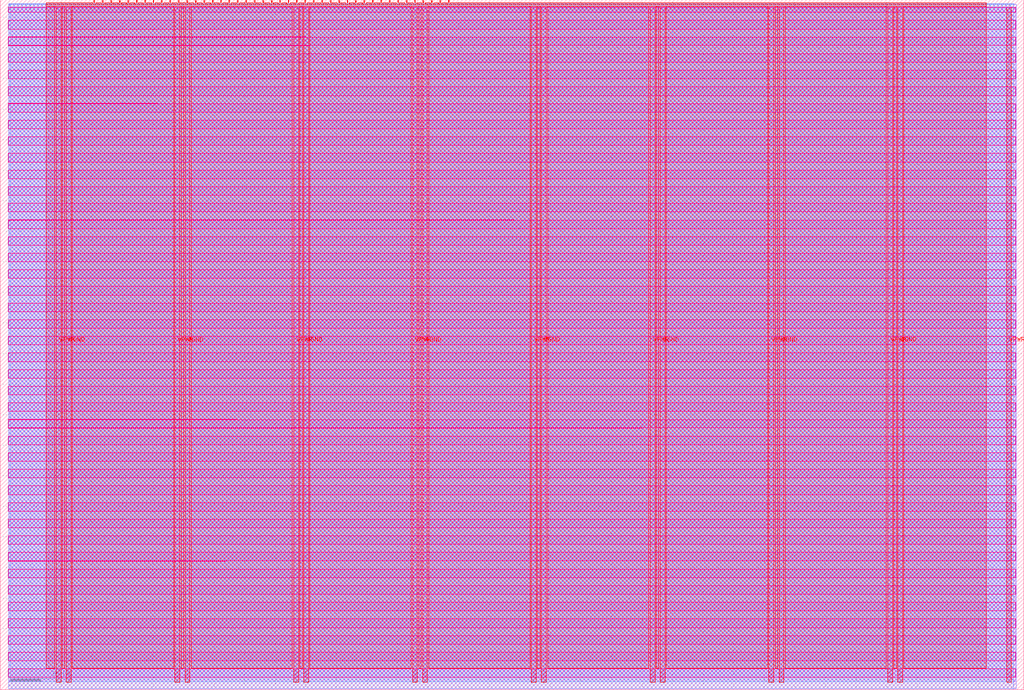
<source format=lef>
VERSION 5.7 ;
  NOWIREEXTENSIONATPIN ON ;
  DIVIDERCHAR "/" ;
  BUSBITCHARS "[]" ;
MACRO tt_um_a1k0n_vgadonut
  CLASS BLOCK ;
  FOREIGN tt_um_a1k0n_vgadonut ;
  ORIGIN 0.000 0.000 ;
  SIZE 334.880 BY 225.760 ;
  PIN VGND
    DIRECTION INOUT ;
    USE GROUND ;
    PORT
      LAYER met4 ;
        RECT 21.580 2.480 23.180 223.280 ;
    END
    PORT
      LAYER met4 ;
        RECT 60.450 2.480 62.050 223.280 ;
    END
    PORT
      LAYER met4 ;
        RECT 99.320 2.480 100.920 223.280 ;
    END
    PORT
      LAYER met4 ;
        RECT 138.190 2.480 139.790 223.280 ;
    END
    PORT
      LAYER met4 ;
        RECT 177.060 2.480 178.660 223.280 ;
    END
    PORT
      LAYER met4 ;
        RECT 215.930 2.480 217.530 223.280 ;
    END
    PORT
      LAYER met4 ;
        RECT 254.800 2.480 256.400 223.280 ;
    END
    PORT
      LAYER met4 ;
        RECT 293.670 2.480 295.270 223.280 ;
    END
  END VGND
  PIN VPWR
    DIRECTION INOUT ;
    USE POWER ;
    PORT
      LAYER met4 ;
        RECT 18.280 2.480 19.880 223.280 ;
    END
    PORT
      LAYER met4 ;
        RECT 57.150 2.480 58.750 223.280 ;
    END
    PORT
      LAYER met4 ;
        RECT 96.020 2.480 97.620 223.280 ;
    END
    PORT
      LAYER met4 ;
        RECT 134.890 2.480 136.490 223.280 ;
    END
    PORT
      LAYER met4 ;
        RECT 173.760 2.480 175.360 223.280 ;
    END
    PORT
      LAYER met4 ;
        RECT 212.630 2.480 214.230 223.280 ;
    END
    PORT
      LAYER met4 ;
        RECT 251.500 2.480 253.100 223.280 ;
    END
    PORT
      LAYER met4 ;
        RECT 290.370 2.480 291.970 223.280 ;
    END
    PORT
      LAYER met4 ;
        RECT 329.240 2.480 330.840 223.280 ;
    END
  END VPWR
  PIN clk
    DIRECTION INPUT ;
    USE SIGNAL ;
    ANTENNAGATEAREA 0.852000 ;
    PORT
      LAYER met4 ;
        RECT 143.830 224.760 144.130 225.760 ;
    END
  END clk
  PIN ena
    DIRECTION INPUT ;
    USE SIGNAL ;
    PORT
      LAYER met4 ;
        RECT 146.590 224.760 146.890 225.760 ;
    END
  END ena
  PIN rst_n
    DIRECTION INPUT ;
    USE SIGNAL ;
    ANTENNAGATEAREA 0.159000 ;
    PORT
      LAYER met4 ;
        RECT 141.070 224.760 141.370 225.760 ;
    END
  END rst_n
  PIN ui_in[0]
    DIRECTION INPUT ;
    USE SIGNAL ;
    PORT
      LAYER met4 ;
        RECT 138.310 224.760 138.610 225.760 ;
    END
  END ui_in[0]
  PIN ui_in[1]
    DIRECTION INPUT ;
    USE SIGNAL ;
    PORT
      LAYER met4 ;
        RECT 135.550 224.760 135.850 225.760 ;
    END
  END ui_in[1]
  PIN ui_in[2]
    DIRECTION INPUT ;
    USE SIGNAL ;
    PORT
      LAYER met4 ;
        RECT 132.790 224.760 133.090 225.760 ;
    END
  END ui_in[2]
  PIN ui_in[3]
    DIRECTION INPUT ;
    USE SIGNAL ;
    PORT
      LAYER met4 ;
        RECT 130.030 224.760 130.330 225.760 ;
    END
  END ui_in[3]
  PIN ui_in[4]
    DIRECTION INPUT ;
    USE SIGNAL ;
    PORT
      LAYER met4 ;
        RECT 127.270 224.760 127.570 225.760 ;
    END
  END ui_in[4]
  PIN ui_in[5]
    DIRECTION INPUT ;
    USE SIGNAL ;
    PORT
      LAYER met4 ;
        RECT 124.510 224.760 124.810 225.760 ;
    END
  END ui_in[5]
  PIN ui_in[6]
    DIRECTION INPUT ;
    USE SIGNAL ;
    PORT
      LAYER met4 ;
        RECT 121.750 224.760 122.050 225.760 ;
    END
  END ui_in[6]
  PIN ui_in[7]
    DIRECTION INPUT ;
    USE SIGNAL ;
    PORT
      LAYER met4 ;
        RECT 118.990 224.760 119.290 225.760 ;
    END
  END ui_in[7]
  PIN uio_in[0]
    DIRECTION INPUT ;
    USE SIGNAL ;
    PORT
      LAYER met4 ;
        RECT 116.230 224.760 116.530 225.760 ;
    END
  END uio_in[0]
  PIN uio_in[1]
    DIRECTION INPUT ;
    USE SIGNAL ;
    PORT
      LAYER met4 ;
        RECT 113.470 224.760 113.770 225.760 ;
    END
  END uio_in[1]
  PIN uio_in[2]
    DIRECTION INPUT ;
    USE SIGNAL ;
    PORT
      LAYER met4 ;
        RECT 110.710 224.760 111.010 225.760 ;
    END
  END uio_in[2]
  PIN uio_in[3]
    DIRECTION INPUT ;
    USE SIGNAL ;
    PORT
      LAYER met4 ;
        RECT 107.950 224.760 108.250 225.760 ;
    END
  END uio_in[3]
  PIN uio_in[4]
    DIRECTION INPUT ;
    USE SIGNAL ;
    PORT
      LAYER met4 ;
        RECT 105.190 224.760 105.490 225.760 ;
    END
  END uio_in[4]
  PIN uio_in[5]
    DIRECTION INPUT ;
    USE SIGNAL ;
    PORT
      LAYER met4 ;
        RECT 102.430 224.760 102.730 225.760 ;
    END
  END uio_in[5]
  PIN uio_in[6]
    DIRECTION INPUT ;
    USE SIGNAL ;
    PORT
      LAYER met4 ;
        RECT 99.670 224.760 99.970 225.760 ;
    END
  END uio_in[6]
  PIN uio_in[7]
    DIRECTION INPUT ;
    USE SIGNAL ;
    PORT
      LAYER met4 ;
        RECT 96.910 224.760 97.210 225.760 ;
    END
  END uio_in[7]
  PIN uio_oe[0]
    DIRECTION OUTPUT ;
    USE SIGNAL ;
    ANTENNADIFFAREA 0.445500 ;
    PORT
      LAYER met4 ;
        RECT 49.990 224.760 50.290 225.760 ;
    END
  END uio_oe[0]
  PIN uio_oe[1]
    DIRECTION OUTPUT ;
    USE SIGNAL ;
    ANTENNADIFFAREA 0.445500 ;
    PORT
      LAYER met4 ;
        RECT 47.230 224.760 47.530 225.760 ;
    END
  END uio_oe[1]
  PIN uio_oe[2]
    DIRECTION OUTPUT ;
    USE SIGNAL ;
    ANTENNADIFFAREA 0.445500 ;
    PORT
      LAYER met4 ;
        RECT 44.470 224.760 44.770 225.760 ;
    END
  END uio_oe[2]
  PIN uio_oe[3]
    DIRECTION OUTPUT ;
    USE SIGNAL ;
    ANTENNADIFFAREA 0.445500 ;
    PORT
      LAYER met4 ;
        RECT 41.710 224.760 42.010 225.760 ;
    END
  END uio_oe[3]
  PIN uio_oe[4]
    DIRECTION OUTPUT ;
    USE SIGNAL ;
    ANTENNADIFFAREA 0.445500 ;
    PORT
      LAYER met4 ;
        RECT 38.950 224.760 39.250 225.760 ;
    END
  END uio_oe[4]
  PIN uio_oe[5]
    DIRECTION OUTPUT ;
    USE SIGNAL ;
    ANTENNADIFFAREA 0.445500 ;
    PORT
      LAYER met4 ;
        RECT 36.190 224.760 36.490 225.760 ;
    END
  END uio_oe[5]
  PIN uio_oe[6]
    DIRECTION OUTPUT ;
    USE SIGNAL ;
    ANTENNADIFFAREA 0.445500 ;
    PORT
      LAYER met4 ;
        RECT 33.430 224.760 33.730 225.760 ;
    END
  END uio_oe[6]
  PIN uio_oe[7]
    DIRECTION OUTPUT ;
    USE SIGNAL ;
    ANTENNADIFFAREA 0.445500 ;
    PORT
      LAYER met4 ;
        RECT 30.670 224.760 30.970 225.760 ;
    END
  END uio_oe[7]
  PIN uio_out[0]
    DIRECTION OUTPUT ;
    USE SIGNAL ;
    ANTENNADIFFAREA 0.445500 ;
    PORT
      LAYER met4 ;
        RECT 72.070 224.760 72.370 225.760 ;
    END
  END uio_out[0]
  PIN uio_out[1]
    DIRECTION OUTPUT ;
    USE SIGNAL ;
    ANTENNADIFFAREA 0.445500 ;
    PORT
      LAYER met4 ;
        RECT 69.310 224.760 69.610 225.760 ;
    END
  END uio_out[1]
  PIN uio_out[2]
    DIRECTION OUTPUT ;
    USE SIGNAL ;
    ANTENNADIFFAREA 0.445500 ;
    PORT
      LAYER met4 ;
        RECT 66.550 224.760 66.850 225.760 ;
    END
  END uio_out[2]
  PIN uio_out[3]
    DIRECTION OUTPUT ;
    USE SIGNAL ;
    ANTENNADIFFAREA 0.445500 ;
    PORT
      LAYER met4 ;
        RECT 63.790 224.760 64.090 225.760 ;
    END
  END uio_out[3]
  PIN uio_out[4]
    DIRECTION OUTPUT ;
    USE SIGNAL ;
    ANTENNADIFFAREA 0.445500 ;
    PORT
      LAYER met4 ;
        RECT 61.030 224.760 61.330 225.760 ;
    END
  END uio_out[4]
  PIN uio_out[5]
    DIRECTION OUTPUT ;
    USE SIGNAL ;
    ANTENNADIFFAREA 0.445500 ;
    PORT
      LAYER met4 ;
        RECT 58.270 224.760 58.570 225.760 ;
    END
  END uio_out[5]
  PIN uio_out[6]
    DIRECTION OUTPUT ;
    USE SIGNAL ;
    ANTENNADIFFAREA 0.445500 ;
    PORT
      LAYER met4 ;
        RECT 55.510 224.760 55.810 225.760 ;
    END
  END uio_out[6]
  PIN uio_out[7]
    DIRECTION OUTPUT ;
    USE SIGNAL ;
    ANTENNADIFFAREA 0.445500 ;
    PORT
      LAYER met4 ;
        RECT 52.750 224.760 53.050 225.760 ;
    END
  END uio_out[7]
  PIN uo_out[0]
    DIRECTION OUTPUT ;
    USE SIGNAL ;
    ANTENNADIFFAREA 0.445500 ;
    PORT
      LAYER met4 ;
        RECT 94.150 224.760 94.450 225.760 ;
    END
  END uo_out[0]
  PIN uo_out[1]
    DIRECTION OUTPUT ;
    USE SIGNAL ;
    ANTENNADIFFAREA 0.445500 ;
    PORT
      LAYER met4 ;
        RECT 91.390 224.760 91.690 225.760 ;
    END
  END uo_out[1]
  PIN uo_out[2]
    DIRECTION OUTPUT ;
    USE SIGNAL ;
    ANTENNADIFFAREA 0.445500 ;
    PORT
      LAYER met4 ;
        RECT 88.630 224.760 88.930 225.760 ;
    END
  END uo_out[2]
  PIN uo_out[3]
    DIRECTION OUTPUT ;
    USE SIGNAL ;
    ANTENNADIFFAREA 0.445500 ;
    PORT
      LAYER met4 ;
        RECT 85.870 224.760 86.170 225.760 ;
    END
  END uo_out[3]
  PIN uo_out[4]
    DIRECTION OUTPUT ;
    USE SIGNAL ;
    ANTENNADIFFAREA 0.445500 ;
    PORT
      LAYER met4 ;
        RECT 83.110 224.760 83.410 225.760 ;
    END
  END uo_out[4]
  PIN uo_out[5]
    DIRECTION OUTPUT ;
    USE SIGNAL ;
    ANTENNADIFFAREA 0.445500 ;
    PORT
      LAYER met4 ;
        RECT 80.350 224.760 80.650 225.760 ;
    END
  END uo_out[5]
  PIN uo_out[6]
    DIRECTION OUTPUT ;
    USE SIGNAL ;
    ANTENNADIFFAREA 0.445500 ;
    PORT
      LAYER met4 ;
        RECT 77.590 224.760 77.890 225.760 ;
    END
  END uo_out[6]
  PIN uo_out[7]
    DIRECTION OUTPUT ;
    USE SIGNAL ;
    ANTENNADIFFAREA 0.795200 ;
    PORT
      LAYER met4 ;
        RECT 74.830 224.760 75.130 225.760 ;
    END
  END uo_out[7]
  OBS
      LAYER nwell ;
        RECT 2.570 221.625 332.310 223.230 ;
        RECT 2.570 216.185 332.310 219.015 ;
        RECT 2.570 213.525 99.895 213.575 ;
        RECT 2.570 210.795 332.310 213.525 ;
        RECT 2.570 210.745 101.275 210.795 ;
        RECT 2.570 205.305 332.310 208.135 ;
        RECT 2.570 199.865 332.310 202.695 ;
        RECT 2.570 194.425 332.310 197.255 ;
        RECT 2.570 191.765 51.655 191.815 ;
        RECT 2.570 188.985 332.310 191.765 ;
        RECT 2.570 183.595 332.310 186.375 ;
        RECT 2.570 183.545 58.095 183.595 ;
        RECT 2.570 178.105 332.310 180.935 ;
        RECT 2.570 172.665 332.310 175.495 ;
        RECT 2.570 167.225 332.310 170.055 ;
        RECT 2.570 161.785 332.310 164.615 ;
        RECT 2.570 156.345 332.310 159.175 ;
        RECT 2.570 153.685 167.975 153.735 ;
        RECT 2.570 150.905 332.310 153.685 ;
        RECT 2.570 145.465 332.310 148.295 ;
        RECT 2.570 140.025 332.310 142.855 ;
        RECT 2.570 134.585 332.310 137.415 ;
        RECT 2.570 129.145 332.310 131.975 ;
        RECT 2.570 123.705 332.310 126.535 ;
        RECT 2.570 118.265 332.310 121.095 ;
        RECT 2.570 115.605 92.995 115.655 ;
        RECT 2.570 112.825 332.310 115.605 ;
        RECT 2.570 107.385 332.310 110.215 ;
        RECT 2.570 101.945 332.310 104.775 ;
        RECT 2.570 96.505 332.310 99.335 ;
        RECT 2.570 91.115 332.310 93.895 ;
        RECT 2.570 91.065 71.895 91.115 ;
        RECT 2.570 88.405 77.415 88.455 ;
        RECT 2.570 85.675 332.310 88.405 ;
        RECT 2.570 85.625 209.895 85.675 ;
        RECT 2.570 80.235 332.310 83.015 ;
        RECT 2.570 80.185 230.995 80.235 ;
        RECT 2.570 74.745 332.310 77.575 ;
        RECT 2.570 69.355 332.310 72.135 ;
        RECT 2.570 69.305 100.355 69.355 ;
        RECT 2.570 63.865 332.310 66.695 ;
        RECT 2.570 58.425 332.310 61.255 ;
        RECT 2.570 52.985 332.310 55.815 ;
        RECT 2.570 47.595 332.310 50.375 ;
        RECT 2.570 47.545 72.815 47.595 ;
        RECT 2.570 42.155 332.310 44.935 ;
        RECT 2.570 42.105 73.735 42.155 ;
        RECT 2.570 36.665 332.310 39.495 ;
        RECT 2.570 31.225 332.310 34.055 ;
        RECT 2.570 25.785 332.310 28.615 ;
        RECT 2.570 20.345 332.310 23.175 ;
        RECT 2.570 14.905 332.310 17.735 ;
        RECT 2.570 9.465 332.310 12.295 ;
        RECT 2.570 4.025 332.310 6.855 ;
      LAYER li1 ;
        RECT 2.760 2.635 332.120 223.125 ;
      LAYER met1 ;
        RECT 2.760 0.380 332.420 224.360 ;
      LAYER met2 ;
        RECT 2.860 0.350 331.570 224.390 ;
      LAYER met3 ;
        RECT 3.285 2.555 331.595 224.225 ;
      LAYER met4 ;
        RECT 15.015 224.360 30.270 224.760 ;
        RECT 31.370 224.360 33.030 224.760 ;
        RECT 34.130 224.360 35.790 224.760 ;
        RECT 36.890 224.360 38.550 224.760 ;
        RECT 39.650 224.360 41.310 224.760 ;
        RECT 42.410 224.360 44.070 224.760 ;
        RECT 45.170 224.360 46.830 224.760 ;
        RECT 47.930 224.360 49.590 224.760 ;
        RECT 50.690 224.360 52.350 224.760 ;
        RECT 53.450 224.360 55.110 224.760 ;
        RECT 56.210 224.360 57.870 224.760 ;
        RECT 58.970 224.360 60.630 224.760 ;
        RECT 61.730 224.360 63.390 224.760 ;
        RECT 64.490 224.360 66.150 224.760 ;
        RECT 67.250 224.360 68.910 224.760 ;
        RECT 70.010 224.360 71.670 224.760 ;
        RECT 72.770 224.360 74.430 224.760 ;
        RECT 75.530 224.360 77.190 224.760 ;
        RECT 78.290 224.360 79.950 224.760 ;
        RECT 81.050 224.360 82.710 224.760 ;
        RECT 83.810 224.360 85.470 224.760 ;
        RECT 86.570 224.360 88.230 224.760 ;
        RECT 89.330 224.360 90.990 224.760 ;
        RECT 92.090 224.360 93.750 224.760 ;
        RECT 94.850 224.360 96.510 224.760 ;
        RECT 97.610 224.360 99.270 224.760 ;
        RECT 100.370 224.360 102.030 224.760 ;
        RECT 103.130 224.360 104.790 224.760 ;
        RECT 105.890 224.360 107.550 224.760 ;
        RECT 108.650 224.360 110.310 224.760 ;
        RECT 111.410 224.360 113.070 224.760 ;
        RECT 114.170 224.360 115.830 224.760 ;
        RECT 116.930 224.360 118.590 224.760 ;
        RECT 119.690 224.360 121.350 224.760 ;
        RECT 122.450 224.360 124.110 224.760 ;
        RECT 125.210 224.360 126.870 224.760 ;
        RECT 127.970 224.360 129.630 224.760 ;
        RECT 130.730 224.360 132.390 224.760 ;
        RECT 133.490 224.360 135.150 224.760 ;
        RECT 136.250 224.360 137.910 224.760 ;
        RECT 139.010 224.360 140.670 224.760 ;
        RECT 141.770 224.360 143.430 224.760 ;
        RECT 144.530 224.360 146.190 224.760 ;
        RECT 147.290 224.360 322.625 224.760 ;
        RECT 15.015 223.680 322.625 224.360 ;
        RECT 15.015 6.975 17.880 223.680 ;
        RECT 20.280 6.975 21.180 223.680 ;
        RECT 23.580 6.975 56.750 223.680 ;
        RECT 59.150 6.975 60.050 223.680 ;
        RECT 62.450 6.975 95.620 223.680 ;
        RECT 98.020 6.975 98.920 223.680 ;
        RECT 101.320 6.975 134.490 223.680 ;
        RECT 136.890 6.975 137.790 223.680 ;
        RECT 140.190 6.975 173.360 223.680 ;
        RECT 175.760 6.975 176.660 223.680 ;
        RECT 179.060 6.975 212.230 223.680 ;
        RECT 214.630 6.975 215.530 223.680 ;
        RECT 217.930 6.975 251.100 223.680 ;
        RECT 253.500 6.975 254.400 223.680 ;
        RECT 256.800 6.975 289.970 223.680 ;
        RECT 292.370 6.975 293.270 223.680 ;
        RECT 295.670 6.975 322.625 223.680 ;
  END
END tt_um_a1k0n_vgadonut
END LIBRARY


</source>
